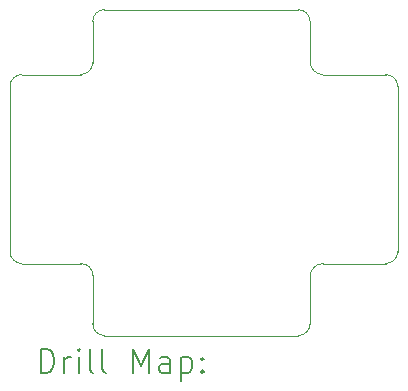
<source format=gbr>
%TF.GenerationSoftware,KiCad,Pcbnew,8.0.7*%
%TF.CreationDate,2025-04-11T02:00:05-04:00*%
%TF.ProjectId,1M_4F,314d5f34-462e-46b6-9963-61645f706362,rev?*%
%TF.SameCoordinates,Original*%
%TF.FileFunction,Drillmap*%
%TF.FilePolarity,Positive*%
%FSLAX45Y45*%
G04 Gerber Fmt 4.5, Leading zero omitted, Abs format (unit mm)*
G04 Created by KiCad (PCBNEW 8.0.7) date 2025-04-11 02:00:05*
%MOMM*%
%LPD*%
G01*
G04 APERTURE LIST*
%ADD10C,0.050000*%
%ADD11C,0.200000*%
G04 APERTURE END LIST*
D10*
X10940000Y-6060000D02*
G75*
G02*
X10840000Y-6160000I-100000J0D01*
G01*
X9200000Y-6160000D02*
G75*
G02*
X9100000Y-6060000I0J100000D01*
G01*
X10940000Y-6060000D02*
X10940000Y-5660107D01*
X10940937Y-5660107D02*
G75*
G02*
X11050937Y-5550107I110000J0D01*
G01*
X11050937Y-5550107D02*
X11583437Y-5550107D01*
X9200000Y-6160000D02*
X10840000Y-6160000D01*
X9100000Y-6060000D02*
X9100000Y-5650107D01*
X8500937Y-5550107D02*
X9000937Y-5550107D01*
X9000937Y-5550107D02*
G75*
G02*
X9100937Y-5650107I0J-100000D01*
G01*
X10840000Y-3400000D02*
G75*
G02*
X10940000Y-3500000I0J-100000D01*
G01*
X10940000Y-3500000D02*
X10940000Y-3840000D01*
X11050000Y-3950000D02*
G75*
G02*
X10940000Y-3840000I0J110000D01*
G01*
X11050000Y-3950000D02*
X11582500Y-3950000D01*
X8500000Y-5550000D02*
G75*
G02*
X8400000Y-5450000I0J100000D01*
G01*
X9100000Y-3500000D02*
G75*
G02*
X9200000Y-3400000I100000J0D01*
G01*
X9100000Y-3850000D02*
G75*
G02*
X9000000Y-3950000I-100000J0D01*
G01*
X11682500Y-5450000D02*
G75*
G02*
X11582500Y-5550000I-100000J0D01*
G01*
X8400000Y-5450000D02*
X8400000Y-4050000D01*
X11682500Y-4050000D02*
X11682500Y-5450000D01*
X8400000Y-4050000D02*
G75*
G02*
X8500000Y-3950000I100000J0D01*
G01*
X11582500Y-3950000D02*
G75*
G02*
X11682500Y-4050000I0J-100000D01*
G01*
X8500000Y-3950000D02*
X9000000Y-3950000D01*
X9100000Y-3500000D02*
X9100000Y-3850000D01*
X9200000Y-3400000D02*
X10840000Y-3400000D01*
D11*
X8658277Y-6473984D02*
X8658277Y-6273984D01*
X8658277Y-6273984D02*
X8705896Y-6273984D01*
X8705896Y-6273984D02*
X8734467Y-6283508D01*
X8734467Y-6283508D02*
X8753515Y-6302555D01*
X8753515Y-6302555D02*
X8763039Y-6321603D01*
X8763039Y-6321603D02*
X8772563Y-6359698D01*
X8772563Y-6359698D02*
X8772563Y-6388269D01*
X8772563Y-6388269D02*
X8763039Y-6426365D01*
X8763039Y-6426365D02*
X8753515Y-6445412D01*
X8753515Y-6445412D02*
X8734467Y-6464460D01*
X8734467Y-6464460D02*
X8705896Y-6473984D01*
X8705896Y-6473984D02*
X8658277Y-6473984D01*
X8858277Y-6473984D02*
X8858277Y-6340650D01*
X8858277Y-6378746D02*
X8867801Y-6359698D01*
X8867801Y-6359698D02*
X8877324Y-6350174D01*
X8877324Y-6350174D02*
X8896372Y-6340650D01*
X8896372Y-6340650D02*
X8915420Y-6340650D01*
X8982086Y-6473984D02*
X8982086Y-6340650D01*
X8982086Y-6273984D02*
X8972563Y-6283508D01*
X8972563Y-6283508D02*
X8982086Y-6293031D01*
X8982086Y-6293031D02*
X8991610Y-6283508D01*
X8991610Y-6283508D02*
X8982086Y-6273984D01*
X8982086Y-6273984D02*
X8982086Y-6293031D01*
X9105896Y-6473984D02*
X9086848Y-6464460D01*
X9086848Y-6464460D02*
X9077324Y-6445412D01*
X9077324Y-6445412D02*
X9077324Y-6273984D01*
X9210658Y-6473984D02*
X9191610Y-6464460D01*
X9191610Y-6464460D02*
X9182086Y-6445412D01*
X9182086Y-6445412D02*
X9182086Y-6273984D01*
X9439229Y-6473984D02*
X9439229Y-6273984D01*
X9439229Y-6273984D02*
X9505896Y-6416841D01*
X9505896Y-6416841D02*
X9572563Y-6273984D01*
X9572563Y-6273984D02*
X9572563Y-6473984D01*
X9753515Y-6473984D02*
X9753515Y-6369222D01*
X9753515Y-6369222D02*
X9743991Y-6350174D01*
X9743991Y-6350174D02*
X9724944Y-6340650D01*
X9724944Y-6340650D02*
X9686848Y-6340650D01*
X9686848Y-6340650D02*
X9667801Y-6350174D01*
X9753515Y-6464460D02*
X9734467Y-6473984D01*
X9734467Y-6473984D02*
X9686848Y-6473984D01*
X9686848Y-6473984D02*
X9667801Y-6464460D01*
X9667801Y-6464460D02*
X9658277Y-6445412D01*
X9658277Y-6445412D02*
X9658277Y-6426365D01*
X9658277Y-6426365D02*
X9667801Y-6407317D01*
X9667801Y-6407317D02*
X9686848Y-6397793D01*
X9686848Y-6397793D02*
X9734467Y-6397793D01*
X9734467Y-6397793D02*
X9753515Y-6388269D01*
X9848753Y-6340650D02*
X9848753Y-6540650D01*
X9848753Y-6350174D02*
X9867801Y-6340650D01*
X9867801Y-6340650D02*
X9905896Y-6340650D01*
X9905896Y-6340650D02*
X9924944Y-6350174D01*
X9924944Y-6350174D02*
X9934467Y-6359698D01*
X9934467Y-6359698D02*
X9943991Y-6378746D01*
X9943991Y-6378746D02*
X9943991Y-6435888D01*
X9943991Y-6435888D02*
X9934467Y-6454936D01*
X9934467Y-6454936D02*
X9924944Y-6464460D01*
X9924944Y-6464460D02*
X9905896Y-6473984D01*
X9905896Y-6473984D02*
X9867801Y-6473984D01*
X9867801Y-6473984D02*
X9848753Y-6464460D01*
X10029705Y-6454936D02*
X10039229Y-6464460D01*
X10039229Y-6464460D02*
X10029705Y-6473984D01*
X10029705Y-6473984D02*
X10020182Y-6464460D01*
X10020182Y-6464460D02*
X10029705Y-6454936D01*
X10029705Y-6454936D02*
X10029705Y-6473984D01*
X10029705Y-6350174D02*
X10039229Y-6359698D01*
X10039229Y-6359698D02*
X10029705Y-6369222D01*
X10029705Y-6369222D02*
X10020182Y-6359698D01*
X10020182Y-6359698D02*
X10029705Y-6350174D01*
X10029705Y-6350174D02*
X10029705Y-6369222D01*
M02*

</source>
